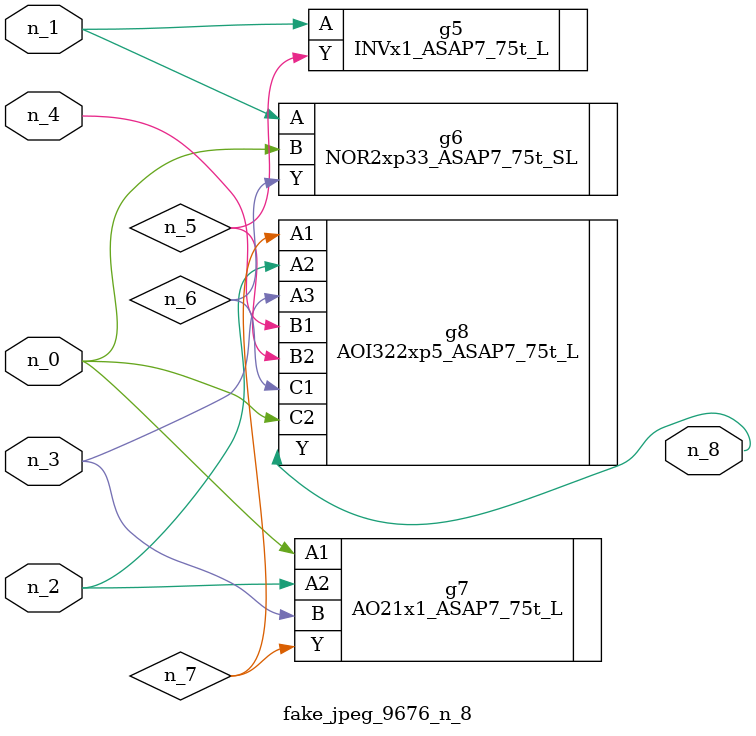
<source format=v>
module fake_jpeg_9676_n_8 (n_3, n_2, n_1, n_0, n_4, n_8);

input n_3;
input n_2;
input n_1;
input n_0;
input n_4;

output n_8;

wire n_6;
wire n_5;
wire n_7;

INVx1_ASAP7_75t_L g5 ( 
.A(n_1),
.Y(n_5)
);

NOR2xp33_ASAP7_75t_SL g6 ( 
.A(n_1),
.B(n_0),
.Y(n_6)
);

AO21x1_ASAP7_75t_L g7 ( 
.A1(n_0),
.A2(n_2),
.B(n_3),
.Y(n_7)
);

AOI322xp5_ASAP7_75t_L g8 ( 
.A1(n_7),
.A2(n_2),
.A3(n_3),
.B1(n_4),
.B2(n_5),
.C1(n_6),
.C2(n_0),
.Y(n_8)
);


endmodule
</source>
